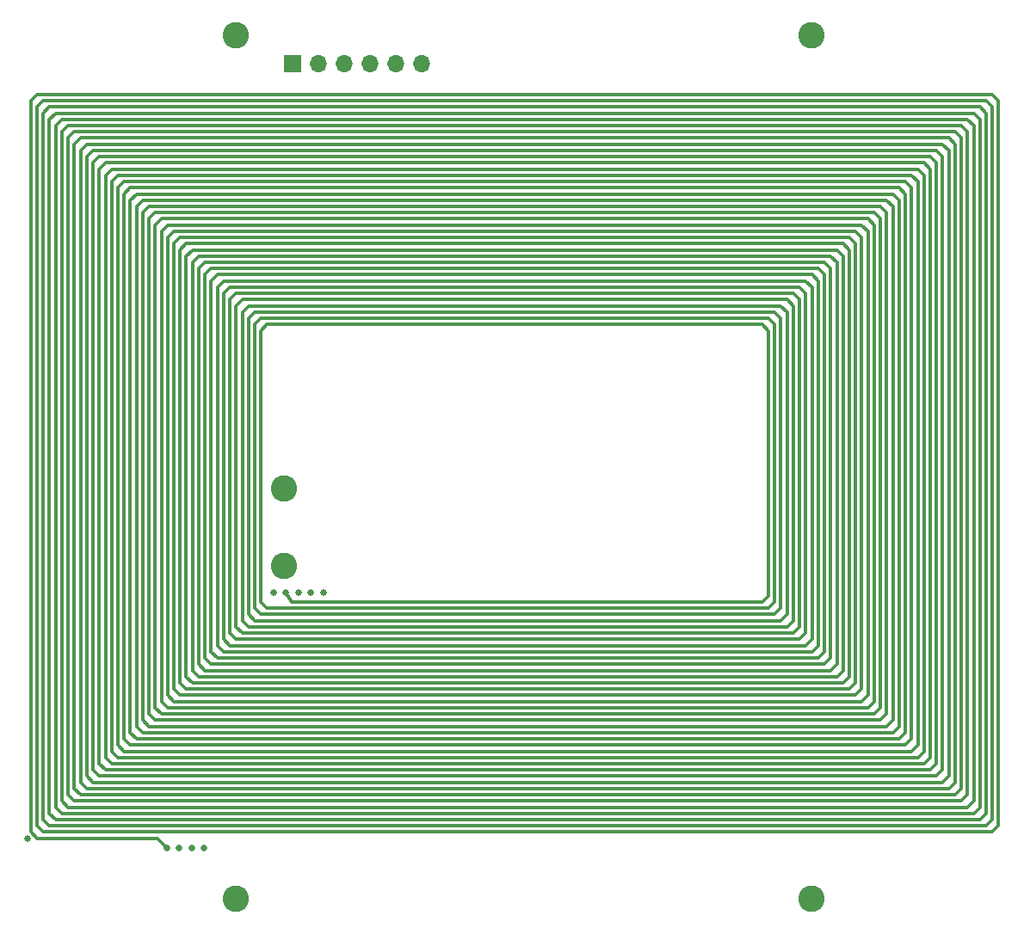
<source format=gbr>
%TF.GenerationSoftware,KiCad,Pcbnew,(6.0.5)*%
%TF.CreationDate,2022-08-19T16:14:06-07:00*%
%TF.ProjectId,Coil_Panels_Z,436f696c-5f50-4616-9e65-6c735f5a2e6b,rev?*%
%TF.SameCoordinates,Original*%
%TF.FileFunction,Copper,L2,Inr*%
%TF.FilePolarity,Positive*%
%FSLAX46Y46*%
G04 Gerber Fmt 4.6, Leading zero omitted, Abs format (unit mm)*
G04 Created by KiCad (PCBNEW (6.0.5)) date 2022-08-19 16:14:06*
%MOMM*%
%LPD*%
G01*
G04 APERTURE LIST*
%TA.AperFunction,ComponentPad*%
%ADD10C,2.600000*%
%TD*%
%TA.AperFunction,ComponentPad*%
%ADD11R,1.700000X1.700000*%
%TD*%
%TA.AperFunction,ComponentPad*%
%ADD12O,1.700000X1.700000*%
%TD*%
%TA.AperFunction,ViaPad*%
%ADD13C,0.650000*%
%TD*%
%TA.AperFunction,Conductor*%
%ADD14C,0.306000*%
%TD*%
G04 APERTURE END LIST*
D10*
%TO.N,unconnected-(H1-Pad1)*%
%TO.C,H1*%
X119708000Y-136558000D03*
%TD*%
%TO.N,Coil_IN*%
%TO.C,TP1*%
X124500000Y-96190000D03*
X124500000Y-103810000D03*
%TD*%
D11*
%TO.N,Net-(J1-Pad1)*%
%TO.C,J1*%
X125310000Y-54370000D03*
D12*
%TO.N,Net-(J1-Pad2)*%
X127850000Y-54370000D03*
%TO.N,Net-(J1-Pad3)*%
X130390000Y-54370000D03*
%TO.N,Net-(J1-Pad4)*%
X132930000Y-54370000D03*
%TO.N,Net-(J1-Pad5)*%
X135470000Y-54370000D03*
%TO.N,Net-(J1-Pad6)*%
X138010000Y-54370000D03*
%TD*%
D10*
%TO.N,unconnected-(H4-Pad1)*%
%TO.C,H4*%
X176382000Y-136558000D03*
%TD*%
%TO.N,unconnected-(H2-Pad1)*%
%TO.C,H2*%
X119708000Y-51558000D03*
%TD*%
%TO.N,unconnected-(H3-Pad1)*%
%TO.C,H3*%
X176382000Y-51558000D03*
%TD*%
D13*
%TO.N,Coil_IN*%
X124656000Y-106452799D03*
X125880000Y-106452799D03*
X112930000Y-131544800D03*
X128328000Y-106452799D03*
X115378000Y-131544800D03*
X116602000Y-131544800D03*
X99260000Y-130650000D03*
X114154000Y-131544800D03*
X123432000Y-106452799D03*
X127104000Y-106452799D03*
%TD*%
D14*
%TO.N,Coil_IN*%
X176428000Y-112266800D02*
X118536000Y-112266800D01*
X186832000Y-65970800D02*
X186832000Y-121446800D01*
X104460000Y-62910800D02*
X104460000Y-125118800D01*
X183160000Y-118998800D02*
X111804000Y-118998800D01*
X178876000Y-113490800D02*
X178264000Y-114102800D01*
X186219999Y-66582800D02*
X186219999Y-120834800D01*
X117312000Y-113490800D02*
X116700000Y-112878800D01*
X175204000Y-109818800D02*
X174592000Y-110430800D01*
X192340000Y-126954800D02*
X191728000Y-127566800D01*
X186220000Y-65358800D02*
X186832000Y-65970800D01*
X173368000Y-79434799D02*
X173368000Y-107982800D01*
X192952000Y-59850800D02*
X192952000Y-127566800D01*
X118536000Y-75762800D02*
X175816000Y-75762800D01*
X189892000Y-125730800D02*
X105072000Y-125730800D01*
X108744000Y-67194800D02*
X108744000Y-120834800D01*
X107520000Y-65970800D02*
X108132000Y-65358800D01*
X102011999Y-59238800D02*
X192340000Y-59238800D01*
X105072000Y-63522800D02*
X105072000Y-124506800D01*
X172144000Y-80658799D02*
X172144000Y-106758800D01*
X186832000Y-121446800D02*
X186220000Y-122058800D01*
X186219999Y-120834800D02*
X185608000Y-121446800D01*
X119148000Y-77598800D02*
X119148000Y-110430800D01*
X191728000Y-127566800D02*
X103236000Y-127566800D01*
X108132000Y-122670800D02*
X107520000Y-122058800D01*
X107520000Y-64746800D02*
X186832000Y-64746800D01*
X191728000Y-59850800D02*
X192340000Y-60462800D01*
X185608000Y-67194800D02*
X185608000Y-120222800D01*
X177652000Y-73926800D02*
X178264000Y-74538800D01*
X181324000Y-117162800D02*
X113640000Y-117162800D01*
X119760000Y-78210800D02*
X119760000Y-109818800D01*
X105684000Y-64134800D02*
X106296000Y-63522800D01*
X184996000Y-119610800D02*
X184384000Y-120222800D01*
X111804000Y-69030800D02*
X182548000Y-69030800D01*
X194176000Y-130014800D02*
X100788000Y-130014800D01*
X119148000Y-77598800D02*
X119760000Y-76986800D01*
X181936000Y-116550800D02*
X181324000Y-117162800D01*
X182548000Y-118386800D02*
X112416000Y-118386800D01*
X183772000Y-69030800D02*
X183772000Y-118386800D01*
X106296000Y-64746800D02*
X106296000Y-123282800D01*
X180100000Y-115938800D02*
X114864000Y-115938800D01*
X115476000Y-73926799D02*
X115476000Y-114102800D01*
X188056000Y-123894800D02*
X106908000Y-123894800D01*
X119760000Y-76986800D02*
X174592000Y-76986800D01*
X119760000Y-111042800D02*
X119148000Y-110430800D01*
X113028000Y-70254800D02*
X181324000Y-70254800D01*
X189892000Y-61686800D02*
X190504000Y-62298800D01*
X193563999Y-59238800D02*
X193563999Y-128178800D01*
X111192000Y-69642800D02*
X111192000Y-118386800D01*
X106908000Y-64134800D02*
X187444000Y-64134800D01*
X177040000Y-74538800D02*
X177652000Y-75150800D01*
X194788000Y-58014800D02*
X194788000Y-129402800D01*
X113028000Y-117774800D02*
X112416000Y-117162800D01*
X122820000Y-80046800D02*
X171532000Y-80046800D01*
X180099999Y-114714800D02*
X179487999Y-115326800D01*
X181324000Y-70254800D02*
X181936000Y-70866800D01*
X177040000Y-75762799D02*
X177040000Y-111654800D01*
X172144000Y-79434800D02*
X172755999Y-80046800D01*
X173980000Y-108594800D02*
X173368000Y-109206800D01*
X188668000Y-62910800D02*
X189279999Y-63522800D01*
X191116000Y-126954800D02*
X103848000Y-126954800D01*
X108744000Y-67194800D02*
X109356000Y-66582800D01*
X186832000Y-122670800D02*
X108132000Y-122670800D01*
X183159999Y-69642800D02*
X183159999Y-117774800D01*
X180712000Y-115326800D02*
X180100000Y-115938800D01*
X184996000Y-67806800D02*
X184996000Y-119610800D01*
X102624000Y-59850800D02*
X191728000Y-59850800D01*
X108132000Y-66582800D02*
X108743999Y-65970800D01*
X117924000Y-76374800D02*
X117924000Y-111654800D01*
X183772000Y-119610800D02*
X111192000Y-119610800D01*
X102624000Y-61074800D02*
X103236000Y-60462800D01*
X188056000Y-64746800D02*
X188056000Y-122670800D01*
X116088000Y-114714800D02*
X115476000Y-114102800D01*
X122208000Y-80658799D02*
X122820000Y-80046800D01*
X116088000Y-74538800D02*
X116088000Y-113490800D01*
X178264000Y-114102800D02*
X116700000Y-114102800D01*
X173980000Y-77598800D02*
X174592000Y-78210800D01*
X112416000Y-70866800D02*
X113028000Y-70254800D01*
X174592000Y-76986800D02*
X175204000Y-77598800D01*
X191728000Y-126342800D02*
X191116000Y-126954800D01*
X111192000Y-69642800D02*
X111804000Y-69030800D01*
X113640000Y-72090799D02*
X113640000Y-115938800D01*
X179487999Y-72090799D02*
X180099999Y-72702799D01*
X173368000Y-109206800D02*
X121596000Y-109206800D01*
X180712000Y-116550800D02*
X114252000Y-116550800D01*
X116088000Y-74538800D02*
X116700000Y-73926800D01*
X116088000Y-73314800D02*
X178264000Y-73314800D01*
X173980000Y-109818800D02*
X120984000Y-109818800D01*
X182548000Y-70254800D02*
X182548000Y-117162800D01*
X103848000Y-126954800D02*
X103236000Y-126342800D01*
X113028000Y-71478800D02*
X113640000Y-70866800D01*
X192951999Y-58626800D02*
X193563999Y-59238800D01*
X177652000Y-113490800D02*
X117312000Y-113490800D01*
X178876000Y-73926799D02*
X178876000Y-113490800D01*
X192952000Y-127566800D02*
X192340000Y-128178800D01*
X113028000Y-71478800D02*
X113028000Y-116550800D01*
X111804000Y-118998800D02*
X111192000Y-118386800D01*
X193564000Y-58014800D02*
X194176000Y-58626800D01*
X107520000Y-123282800D02*
X106908000Y-122670800D01*
X114864000Y-73314800D02*
X115475999Y-72702800D01*
X120372000Y-78822800D02*
X120984000Y-78210800D01*
X189892000Y-62910800D02*
X189892000Y-124506800D01*
X194176000Y-57402800D02*
X194788000Y-58014800D01*
X184384000Y-68418800D02*
X184384000Y-118998800D01*
X174592000Y-109206800D02*
X173980000Y-109818800D01*
X191116000Y-60462800D02*
X191728000Y-61074800D01*
X115476000Y-73926799D02*
X116088000Y-73314800D01*
X112416000Y-70866800D02*
X112416000Y-117162800D01*
X188056000Y-63522800D02*
X188668000Y-64134800D01*
X99564000Y-58014800D02*
X100176000Y-57402800D01*
X117924000Y-112878800D02*
X117312000Y-112266800D01*
X187444000Y-65358800D02*
X187444000Y-122058800D01*
X100176000Y-58626800D02*
X100176000Y-129402800D01*
X175204000Y-76374800D02*
X175816000Y-76986800D01*
X171532000Y-107370800D02*
X125268000Y-107370800D01*
X181324000Y-115938800D02*
X180712000Y-116550800D01*
X171532000Y-80046800D02*
X172144000Y-80658799D01*
X120984000Y-78210800D02*
X173368000Y-78210800D01*
X103236000Y-61686800D02*
X103236000Y-126342800D01*
X184384000Y-120222800D02*
X110580000Y-120222800D01*
X116700000Y-73926800D02*
X177652000Y-73926800D01*
X116700000Y-75150800D02*
X117312000Y-74538800D01*
X172144000Y-106758800D02*
X171532000Y-107370800D01*
X117312000Y-75762799D02*
X117924000Y-75150800D01*
X179487999Y-73314800D02*
X179487999Y-114102800D01*
X111804000Y-70254800D02*
X112415999Y-69642800D01*
X112415999Y-69642800D02*
X181936000Y-69642800D01*
X103236000Y-127566800D02*
X102624000Y-126954800D01*
X172756000Y-78822800D02*
X173368000Y-79434799D01*
X174592000Y-78210800D02*
X174592000Y-109206800D01*
X116700000Y-75150800D02*
X116700000Y-112878800D01*
X188056000Y-122670800D02*
X187444000Y-123282800D01*
X105684000Y-125118800D02*
X105072000Y-124506800D01*
X177040000Y-111654800D02*
X176428000Y-112266800D01*
X184996000Y-120834800D02*
X109968000Y-120834800D01*
X122208000Y-80658799D02*
X122208000Y-107370800D01*
X191116000Y-61686800D02*
X191116000Y-125730800D01*
X102012000Y-60462800D02*
X102624000Y-59850800D01*
X119148000Y-111654800D02*
X118536000Y-111042800D01*
X100788000Y-130014800D02*
X100176000Y-129402800D01*
X103848000Y-61074800D02*
X190504000Y-61074800D01*
X117312000Y-75762799D02*
X117312000Y-112266800D01*
X120984000Y-79434799D02*
X121596000Y-78822800D01*
X109356000Y-66582800D02*
X184996000Y-66582800D01*
X109968000Y-68418800D02*
X110580000Y-67806800D01*
X106296000Y-63522800D02*
X188056000Y-63522800D01*
X175816000Y-110430800D02*
X175204000Y-111042800D01*
X190504000Y-62298800D02*
X190504000Y-125118800D01*
X114864000Y-115938800D02*
X114252000Y-115326800D01*
X115475999Y-72702800D02*
X178876000Y-72702800D01*
X189279999Y-63522800D02*
X189279999Y-123894800D01*
X103236000Y-61686800D02*
X103848000Y-61074800D01*
X110580000Y-69030800D02*
X110580000Y-118998800D01*
X116700000Y-114102800D02*
X116088000Y-113490800D01*
X111804000Y-70254800D02*
X111804000Y-117774800D01*
X184384000Y-118998800D02*
X183772000Y-119610800D01*
X101400000Y-58626800D02*
X192951999Y-58626800D01*
X174592000Y-110430800D02*
X120372000Y-110430800D01*
X175204000Y-111042800D02*
X119760000Y-111042800D01*
X176427999Y-111042800D02*
X175816000Y-111654800D01*
X191728000Y-61074800D02*
X191728000Y-126342800D01*
X181324000Y-71478800D02*
X181324000Y-115938800D01*
X103848000Y-62298800D02*
X103848000Y-125730800D01*
X103236000Y-60462800D02*
X191116000Y-60462800D01*
X106296000Y-124506800D02*
X105684000Y-123894800D01*
X100788000Y-58014800D02*
X193564000Y-58014800D01*
X187444000Y-122058800D02*
X186832000Y-122670800D01*
X120372000Y-110430800D02*
X119760000Y-109818800D01*
X104460000Y-126342800D02*
X103848000Y-125730800D01*
X107520000Y-65970800D02*
X107520000Y-122058800D01*
X186832000Y-64746800D02*
X187444000Y-65358800D01*
X110580000Y-69030800D02*
X111192000Y-68418800D01*
X108743999Y-65970800D02*
X185608000Y-65970800D01*
X108132000Y-65358800D02*
X186220000Y-65358800D01*
X109356000Y-67806800D02*
X109968000Y-67194800D01*
X177652000Y-112266800D02*
X177040000Y-112878800D01*
X121596000Y-80046800D02*
X122207999Y-79434800D01*
X121596000Y-78822800D02*
X172756000Y-78822800D01*
X105072000Y-125730800D02*
X104460000Y-125118800D01*
X184384000Y-67194800D02*
X184996000Y-67806800D01*
X180099999Y-72702799D02*
X180099999Y-114714800D01*
X121596000Y-80046800D02*
X121596000Y-107982800D01*
X113640000Y-72090799D02*
X114252000Y-71478800D01*
X192951999Y-128790800D02*
X102012000Y-128790800D01*
X192340000Y-59238800D02*
X192952000Y-59850800D01*
X103848000Y-62298800D02*
X104460000Y-61686800D01*
X188668000Y-124506800D02*
X106296000Y-124506800D01*
X181936000Y-70866800D02*
X181936000Y-116550800D01*
X191116000Y-125730800D02*
X190504000Y-126342800D01*
X118536000Y-76986800D02*
X118536000Y-111042800D01*
X187444000Y-123282800D02*
X107520000Y-123282800D01*
X100176000Y-130626800D02*
X112012000Y-130626800D01*
X188668000Y-64134800D02*
X188668000Y-123282800D01*
X177652000Y-75150800D02*
X177652000Y-112266800D01*
X105683999Y-62910800D02*
X188668000Y-62910800D01*
X190504000Y-61074800D02*
X191116000Y-61686800D01*
X100176000Y-58626800D02*
X100788000Y-58014800D01*
X183772000Y-118386800D02*
X183160000Y-118998800D01*
X185608000Y-121446800D02*
X109356000Y-121446800D01*
X189892000Y-124506800D02*
X189280000Y-125118800D01*
X114864000Y-72090799D02*
X179487999Y-72090799D01*
X100176000Y-57402800D02*
X194176000Y-57402800D01*
X125268000Y-107370800D02*
X124656000Y-106452799D01*
X175816000Y-111654800D02*
X119148000Y-111654800D01*
X113640000Y-70866800D02*
X180712000Y-70866800D01*
X173368000Y-78210800D02*
X173980000Y-78822800D01*
X189280000Y-62298800D02*
X189892000Y-62910800D01*
X172755999Y-107370800D02*
X172144000Y-107982800D01*
X113640000Y-117162800D02*
X113028000Y-116550800D01*
X114252000Y-72702799D02*
X114252000Y-115326800D01*
X101400000Y-59850800D02*
X101400000Y-128178800D01*
X179487999Y-114102800D02*
X178876000Y-114714800D01*
X109968000Y-120834800D02*
X109356000Y-120222800D01*
X173368000Y-107982800D02*
X172756000Y-108594800D01*
X183160000Y-68418800D02*
X183772000Y-69030800D01*
X180100000Y-71478800D02*
X180712000Y-72090799D01*
X108744000Y-122058800D02*
X108132000Y-121446800D01*
X105072000Y-63522800D02*
X105683999Y-62910800D01*
X106908000Y-65358800D02*
X106908000Y-122670800D01*
X182548000Y-117162800D02*
X181936000Y-117774800D01*
X120984000Y-79434799D02*
X120984000Y-108594800D01*
X121596000Y-109206800D02*
X120984000Y-108594800D01*
X101400000Y-129402800D02*
X100788000Y-128790800D01*
X122208000Y-108594800D02*
X121596000Y-107982800D01*
X193564000Y-129402800D02*
X101400000Y-129402800D01*
X180712000Y-70866800D02*
X181324000Y-71478800D01*
X109968000Y-68418800D02*
X109968000Y-119610800D01*
X178876000Y-114714800D02*
X116088000Y-114714800D01*
X194176000Y-58626800D02*
X194176000Y-128790800D01*
X102624000Y-61074800D02*
X102624000Y-126954800D01*
X190504000Y-126342800D02*
X104460000Y-126342800D01*
X114252000Y-116550800D02*
X113640000Y-115938800D01*
X118536000Y-76986800D02*
X119148000Y-76374800D01*
X114252000Y-71478800D02*
X180100000Y-71478800D01*
X177040000Y-112878800D02*
X117924000Y-112878800D01*
X111192000Y-68418800D02*
X183160000Y-68418800D01*
X178264000Y-74538800D02*
X178264000Y-112878800D01*
X175816000Y-76986800D02*
X175816000Y-110430800D01*
X190504000Y-125118800D02*
X189892000Y-125730800D01*
X122820000Y-107982800D02*
X122208000Y-107370800D01*
X176428000Y-75150800D02*
X177040000Y-75762799D01*
X179487999Y-115326800D02*
X115476000Y-115326800D01*
X104460000Y-61686800D02*
X189892000Y-61686800D01*
X118536000Y-112266800D02*
X117924000Y-111654800D01*
X172756000Y-108594800D02*
X122208000Y-108594800D01*
X178264000Y-73314800D02*
X178876000Y-73926799D01*
X172755999Y-80046800D02*
X172755999Y-107370800D01*
X188668000Y-123282800D02*
X188056000Y-123894800D01*
X173980000Y-78822800D02*
X173980000Y-108594800D01*
X109356000Y-67806800D02*
X109356000Y-120222800D01*
X193563999Y-128178800D02*
X192951999Y-128790800D01*
X189279999Y-123894800D02*
X188668000Y-124506800D01*
X106908000Y-123894800D02*
X106296000Y-123282800D01*
X172144000Y-107982800D02*
X122820000Y-107982800D01*
X111192000Y-119610800D02*
X110580000Y-118998800D01*
X181936000Y-117774800D02*
X113028000Y-117774800D01*
X181936000Y-69642800D02*
X182548000Y-70254800D01*
X122207999Y-79434800D02*
X172144000Y-79434800D01*
X109356000Y-121446800D02*
X108744000Y-120834800D01*
X176427999Y-76374800D02*
X176427999Y-111042800D01*
X109968000Y-67194800D02*
X184384000Y-67194800D01*
X102624000Y-128178800D02*
X102012000Y-127566800D01*
X194788000Y-129402800D02*
X194176000Y-130014800D01*
X112416000Y-118386800D02*
X111804000Y-117774800D01*
X117924000Y-75150800D02*
X176428000Y-75150800D01*
X119760000Y-78210800D02*
X120372000Y-77598800D01*
X108132000Y-66582800D02*
X108132000Y-121446800D01*
X184996000Y-66582800D02*
X185608000Y-67194800D01*
X183159999Y-117774800D02*
X182548000Y-118386800D01*
X102012000Y-128790800D02*
X101400000Y-128178800D01*
X183772000Y-67806800D02*
X184384000Y-68418800D01*
X182548000Y-69030800D02*
X183159999Y-69642800D01*
X106908000Y-65358800D02*
X107520000Y-64746800D01*
X120372000Y-78822800D02*
X120372000Y-109206800D01*
X105072000Y-62298800D02*
X189280000Y-62298800D01*
X104460000Y-62910800D02*
X105072000Y-62298800D01*
X114864000Y-73314800D02*
X114864000Y-114714800D01*
X189280000Y-125118800D02*
X105684000Y-125118800D01*
X115476000Y-115326800D02*
X114864000Y-114714800D01*
X178264000Y-112878800D02*
X177652000Y-113490800D01*
X101400000Y-59850800D02*
X102011999Y-59238800D01*
X192340000Y-128178800D02*
X102624000Y-128178800D01*
X178876000Y-72702800D02*
X179487999Y-73314800D01*
X186220000Y-122058800D02*
X108744000Y-122058800D01*
X120984000Y-109818800D02*
X120372000Y-109206800D01*
X110580000Y-120222800D02*
X109968000Y-119610800D01*
X102012000Y-60462800D02*
X102012000Y-127566800D01*
X120372000Y-77598800D02*
X173980000Y-77598800D01*
X185608000Y-120222800D02*
X184996000Y-120834800D01*
X175816000Y-75762800D02*
X176427999Y-76374800D01*
X117312000Y-74538800D02*
X177040000Y-74538800D01*
X99564000Y-58014800D02*
X99564000Y-130014800D01*
X180712000Y-72090799D02*
X180712000Y-115326800D01*
X112012000Y-130626800D02*
X112930000Y-131544800D01*
X100788000Y-59238800D02*
X101400000Y-58626800D01*
X106296000Y-64746800D02*
X106908000Y-64134800D01*
X175204000Y-77598800D02*
X175204000Y-109818800D01*
X110580000Y-67806800D02*
X183772000Y-67806800D01*
X194176000Y-128790800D02*
X193564000Y-129402800D01*
X117924000Y-76374800D02*
X118536000Y-75762800D01*
X187444000Y-64134800D02*
X188056000Y-64746800D01*
X114252000Y-72702799D02*
X114864000Y-72090799D01*
X185608000Y-65970800D02*
X186219999Y-66582800D01*
X192340000Y-60462800D02*
X192340000Y-126954800D01*
X119148000Y-76374800D02*
X175204000Y-76374800D01*
X105684000Y-64134800D02*
X105684000Y-123894800D01*
X99564000Y-130014800D02*
X100176000Y-130626800D01*
X100788000Y-59238800D02*
X100788000Y-128790800D01*
%TD*%
M02*

</source>
